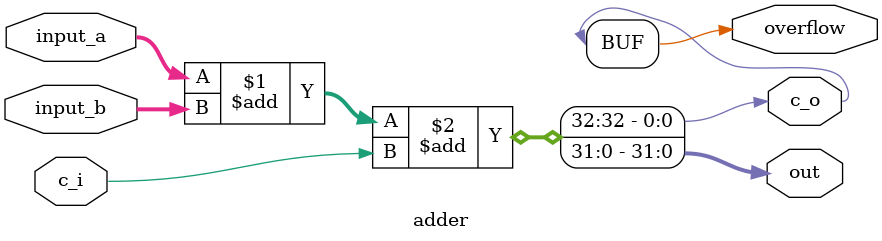
<source format=sv>
`timescale 1ns / 1ps


module adder(
    input [31:0] input_a,
    input [31:0] input_b,
    input c_i,
    output [31:0] out,
    output overflow,
    output c_o
    );
    
    assign {c_o, out} = input_a + input_b + c_i;
    assign overflow = c_o;
endmodule

</source>
